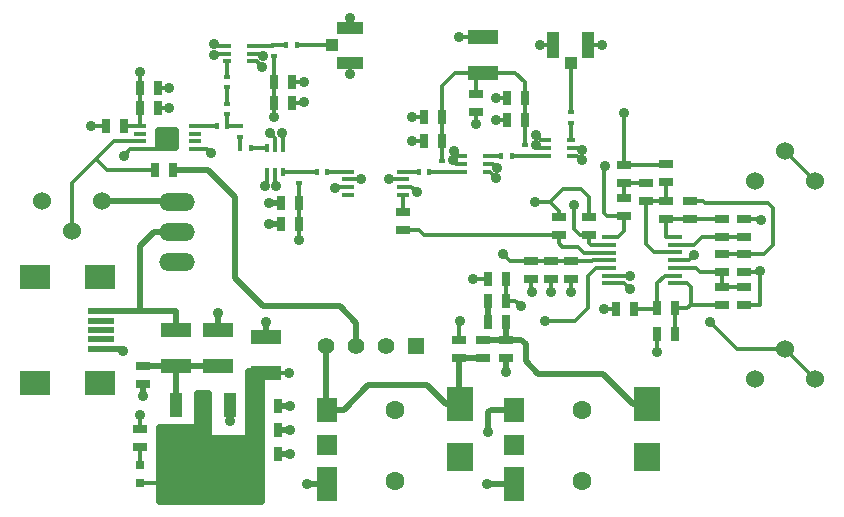
<source format=gtl>
%FSLAX34Y34*%
G04 Gerber Fmt 3.4, Leading zero omitted, Abs format*
G04 (created by PCBNEW (2014-03-19 BZR 4756)-product) date Thu 12 Jun 2014 08:54:00 PM AKDT*
%MOIN*%
G01*
G70*
G90*
G04 APERTURE LIST*
%ADD10C,0.005906*%
%ADD11R,0.025000X0.045000*%
%ADD12R,0.045000X0.025000*%
%ADD13R,0.100000X0.050000*%
%ADD14O,0.118700X0.059300*%
%ADD15R,0.040200X0.016100*%
%ADD16R,0.016000X0.026000*%
%ADD17R,0.026000X0.016000*%
%ADD18R,0.051200X0.011800*%
%ADD19R,0.039370X0.039370*%
%ADD20R,0.086614X0.039370*%
%ADD21R,0.039370X0.086614*%
%ADD22C,0.062992*%
%ADD23R,0.068898X0.114173*%
%ADD24R,0.088583X0.114173*%
%ADD25R,0.068898X0.082677*%
%ADD26R,0.088583X0.094488*%
%ADD27R,0.068898X0.070866*%
%ADD28R,0.090600X0.019700*%
%ADD29R,0.098400X0.078700*%
%ADD30R,0.055000X0.055000*%
%ADD31C,0.055000*%
%ADD32R,0.144000X0.080000*%
%ADD33R,0.040000X0.080000*%
%ADD34C,0.060000*%
%ADD35R,0.015700X0.023600*%
%ADD36R,0.023600X0.015700*%
%ADD37R,0.031400X0.031400*%
%ADD38C,0.035000*%
%ADD39C,0.013780*%
%ADD40C,0.019685*%
G04 APERTURE END LIST*
G54D10*
G54D11*
X49620Y-36400D03*
X49020Y-36400D03*
X47860Y-37660D03*
X48460Y-37660D03*
X49620Y-37040D03*
X49020Y-37040D03*
X50100Y-39120D03*
X49500Y-39120D03*
X61200Y-44180D03*
X60600Y-44180D03*
X53720Y-40920D03*
X54320Y-40920D03*
X54080Y-36180D03*
X53480Y-36180D03*
X53720Y-40220D03*
X54320Y-40220D03*
G54D12*
X59650Y-45375D03*
X59650Y-44775D03*
G54D11*
X54080Y-36880D03*
X53480Y-36880D03*
G54D12*
X62050Y-42750D03*
X62050Y-42150D03*
X62710Y-42750D03*
X62710Y-42150D03*
G54D13*
X53200Y-45900D03*
X53200Y-44700D03*
G54D12*
X63370Y-42150D03*
X63370Y-42750D03*
G54D11*
X53025Y-47775D03*
X53625Y-47775D03*
G54D12*
X57760Y-41120D03*
X57760Y-40520D03*
G54D11*
X53625Y-48575D03*
X53025Y-48575D03*
X53625Y-46975D03*
X53025Y-46975D03*
X58480Y-37340D03*
X59080Y-37340D03*
X58480Y-38140D03*
X59080Y-38140D03*
G54D12*
X66540Y-38920D03*
X66540Y-39520D03*
X66540Y-40140D03*
X66540Y-40740D03*
X60220Y-37200D03*
X60220Y-36600D03*
G54D11*
X61240Y-37440D03*
X61840Y-37440D03*
X61240Y-36720D03*
X61840Y-36720D03*
G54D12*
X69147Y-43612D03*
X69147Y-43012D03*
X68397Y-43012D03*
X68397Y-43612D03*
G54D14*
X50250Y-42200D03*
X50250Y-41200D03*
X50250Y-40200D03*
G54D12*
X60440Y-45380D03*
X60440Y-44780D03*
X61200Y-45380D03*
X61200Y-44780D03*
G54D11*
X60600Y-43480D03*
X61200Y-43480D03*
G54D12*
X62970Y-41290D03*
X62970Y-40690D03*
X63990Y-41290D03*
X63990Y-40690D03*
G54D11*
X60600Y-42760D03*
X61200Y-42760D03*
G54D12*
X65137Y-40652D03*
X65137Y-40052D03*
X65140Y-39540D03*
X65140Y-38940D03*
X65860Y-39540D03*
X65860Y-40140D03*
X69147Y-40762D03*
X69147Y-41362D03*
G54D11*
X66850Y-43730D03*
X66250Y-43730D03*
G54D12*
X68397Y-40762D03*
X68397Y-41362D03*
G54D11*
X64890Y-43750D03*
X65490Y-43750D03*
X66250Y-44575D03*
X66850Y-44575D03*
G54D12*
X67340Y-40740D03*
X67340Y-40140D03*
X69147Y-41912D03*
X69147Y-42512D03*
X68397Y-41912D03*
X68397Y-42512D03*
G54D15*
X49014Y-37656D03*
X49014Y-37912D03*
X49014Y-38168D03*
X49014Y-38424D03*
X50826Y-38424D03*
X50826Y-38168D03*
X50826Y-37912D03*
X50826Y-37656D03*
G54D16*
X53760Y-38380D03*
X53240Y-38380D03*
X53500Y-38380D03*
X53240Y-39180D03*
X53760Y-39180D03*
X53500Y-39180D03*
G54D17*
X51920Y-34980D03*
X51920Y-35500D03*
X51920Y-35240D03*
X52720Y-35500D03*
X52720Y-34980D03*
X52720Y-35240D03*
G54D15*
X55954Y-39176D03*
X55954Y-39432D03*
X55954Y-39688D03*
X55954Y-39944D03*
X57766Y-39944D03*
X57766Y-39688D03*
X57766Y-39432D03*
X57766Y-39176D03*
G54D18*
X64647Y-41362D03*
X64647Y-41612D03*
X64647Y-41872D03*
X64647Y-42122D03*
X64647Y-42382D03*
X64647Y-42637D03*
X64647Y-42892D03*
X66847Y-42892D03*
X66847Y-42637D03*
X66847Y-42382D03*
X66847Y-42122D03*
X66847Y-41867D03*
X66847Y-41612D03*
X66847Y-41357D03*
G54D17*
X60560Y-39180D03*
X60560Y-38660D03*
X60560Y-38920D03*
X59760Y-38660D03*
X59760Y-39180D03*
X59760Y-38920D03*
X63360Y-38640D03*
X63360Y-38120D03*
X63360Y-38380D03*
X62560Y-38120D03*
X62560Y-38640D03*
X62560Y-38380D03*
G54D19*
X55409Y-34960D03*
G54D20*
X56000Y-34369D03*
X56000Y-35550D03*
G54D19*
X63360Y-35550D03*
G54D21*
X62769Y-34960D03*
X63950Y-34960D03*
G54D22*
X57500Y-47118D03*
X57500Y-49481D03*
G54D23*
X55236Y-49579D03*
G54D24*
X59665Y-46922D03*
G54D25*
X55236Y-47118D03*
G54D26*
X59665Y-48693D03*
G54D27*
X55236Y-48300D03*
G54D22*
X63750Y-47118D03*
X63750Y-49481D03*
G54D23*
X61486Y-49579D03*
G54D24*
X65915Y-46922D03*
G54D25*
X61486Y-47118D03*
G54D26*
X65915Y-48693D03*
G54D27*
X61486Y-48300D03*
G54D12*
X49100Y-45650D03*
X49100Y-46250D03*
G54D13*
X51600Y-45650D03*
X51600Y-44450D03*
G54D28*
X47708Y-43820D03*
X47708Y-44135D03*
X47708Y-44450D03*
X47708Y-44765D03*
X47708Y-45080D03*
G54D29*
X47669Y-42698D03*
X45504Y-42698D03*
X47669Y-46202D03*
X45504Y-46202D03*
G54D13*
X60440Y-34680D03*
X60440Y-35880D03*
X50200Y-45650D03*
X50200Y-44450D03*
G54D30*
X58225Y-44975D03*
G54D31*
X57225Y-44975D03*
X56225Y-44975D03*
X55225Y-44975D03*
G54D32*
X51100Y-49550D03*
G54D33*
X51100Y-46950D03*
X50200Y-46950D03*
X52000Y-46950D03*
G54D34*
X70500Y-38480D03*
X71500Y-39480D03*
X69500Y-39480D03*
X70500Y-45080D03*
X71500Y-46080D03*
X69500Y-46080D03*
X46750Y-41150D03*
X45750Y-40150D03*
X47750Y-40150D03*
G54D35*
X52697Y-38380D03*
X52343Y-38380D03*
G54D36*
X51920Y-36003D03*
X51920Y-36357D03*
G54D35*
X55257Y-39180D03*
X54903Y-39180D03*
X54237Y-34960D03*
X53883Y-34960D03*
X58657Y-39180D03*
X58303Y-39180D03*
X61397Y-38660D03*
X61043Y-38660D03*
G54D36*
X63360Y-37183D03*
X63360Y-37537D03*
G54D37*
X49020Y-49535D03*
X49020Y-48945D03*
G54D36*
X54320Y-39537D03*
X54320Y-39183D03*
X53460Y-35317D03*
X53460Y-34963D03*
X59080Y-38823D03*
X59080Y-39177D03*
X61840Y-38283D03*
X61840Y-38637D03*
G54D35*
X51917Y-37660D03*
X51563Y-37660D03*
G54D36*
X52340Y-38017D03*
X52340Y-37663D03*
X51920Y-36903D03*
X51920Y-37257D03*
G54D12*
X49020Y-47740D03*
X49020Y-48340D03*
G54D38*
X49700Y-37900D03*
X49700Y-38300D03*
X50100Y-38300D03*
X50100Y-37900D03*
X53740Y-37900D03*
X53340Y-37900D03*
X53180Y-39640D03*
X53540Y-39640D03*
X53300Y-40220D03*
X53300Y-40920D03*
X60120Y-42760D03*
X62064Y-43196D03*
X62716Y-43188D03*
X63372Y-43188D03*
X67460Y-41965D03*
X51380Y-38560D03*
X49980Y-36380D03*
X49980Y-37040D03*
X47380Y-37660D03*
X48460Y-38640D03*
X61200Y-45840D03*
X60580Y-49580D03*
X54575Y-49575D03*
X54000Y-48575D03*
X54000Y-47775D03*
X54000Y-46975D03*
X53200Y-44200D03*
X51600Y-43875D03*
X48450Y-45150D03*
X49100Y-46650D03*
X52000Y-47500D03*
X49020Y-47280D03*
X56000Y-34040D03*
X56020Y-35920D03*
X53100Y-35320D03*
X53080Y-35680D03*
X51480Y-35280D03*
X51480Y-34920D03*
X54460Y-36200D03*
X54460Y-36860D03*
X60220Y-37600D03*
X58080Y-37340D03*
X58080Y-38140D03*
X59440Y-38800D03*
X59460Y-38500D03*
X60910Y-39040D03*
X60890Y-39390D03*
X60890Y-37440D03*
X60890Y-36720D03*
X62340Y-34960D03*
X64400Y-34940D03*
X62200Y-38300D03*
X62210Y-37945D03*
X63740Y-38455D03*
X63740Y-38800D03*
X58230Y-39860D03*
X57310Y-39430D03*
X55500Y-39720D03*
X56360Y-39420D03*
X65140Y-37220D03*
X49020Y-35840D03*
X59640Y-34680D03*
X53480Y-37360D03*
X54320Y-41440D03*
X53980Y-45900D03*
X61100Y-41920D03*
X62160Y-40180D03*
X69700Y-40780D03*
X69660Y-42500D03*
X64460Y-43740D03*
X61700Y-43660D03*
X65340Y-42640D03*
X59660Y-44140D03*
X62520Y-44140D03*
X63480Y-40280D03*
X64500Y-38980D03*
X66250Y-45190D03*
X60620Y-47840D03*
X65340Y-43100D03*
X68020Y-44180D03*
G54D39*
X49576Y-38424D02*
X49700Y-38300D01*
X50100Y-38300D02*
X50100Y-37900D01*
X49014Y-38424D02*
X49576Y-38424D01*
X53760Y-38380D02*
X53760Y-37920D01*
X53760Y-37920D02*
X53740Y-37900D01*
X53500Y-38380D02*
X53500Y-38060D01*
X53500Y-38060D02*
X53340Y-37900D01*
X53240Y-39180D02*
X53240Y-39580D01*
X53240Y-39580D02*
X53180Y-39640D01*
X53500Y-39180D02*
X53500Y-39600D01*
X53500Y-39600D02*
X53540Y-39640D01*
G54D40*
X53720Y-40220D02*
X53300Y-40220D01*
X53720Y-40920D02*
X53300Y-40920D01*
G54D39*
X60600Y-42760D02*
X60120Y-42760D01*
X62050Y-42750D02*
X62050Y-43182D01*
X62050Y-43182D02*
X62064Y-43196D01*
X62710Y-42750D02*
X62710Y-43182D01*
X62710Y-43182D02*
X62716Y-43188D01*
X63370Y-42750D02*
X63370Y-43186D01*
X63370Y-43186D02*
X63372Y-43188D01*
X66847Y-42122D02*
X67302Y-42122D01*
X67302Y-42122D02*
X67460Y-41965D01*
X50826Y-38424D02*
X51244Y-38424D01*
X51244Y-38424D02*
X51380Y-38560D01*
X49620Y-36400D02*
X49960Y-36400D01*
X49960Y-36400D02*
X49980Y-36380D01*
X49620Y-37040D02*
X49980Y-37040D01*
X47860Y-37660D02*
X47380Y-37660D01*
X49014Y-38424D02*
X48676Y-38424D01*
X48676Y-38424D02*
X48460Y-38640D01*
G54D40*
X61200Y-45380D02*
X61200Y-45840D01*
X61486Y-49579D02*
X60580Y-49579D01*
X60580Y-49579D02*
X60580Y-49580D01*
X55236Y-49579D02*
X54579Y-49579D01*
X54579Y-49579D02*
X54575Y-49575D01*
X53625Y-48575D02*
X54000Y-48575D01*
X53625Y-47775D02*
X54000Y-47775D01*
X53625Y-46975D02*
X54000Y-46975D01*
X53200Y-44700D02*
X53200Y-44175D01*
X53200Y-44175D02*
X53200Y-44200D01*
X51600Y-44450D02*
X51600Y-43875D01*
X47708Y-45080D02*
X48380Y-45080D01*
X48380Y-45080D02*
X48450Y-45150D01*
X49100Y-46250D02*
X49100Y-46650D01*
X52000Y-46950D02*
X52000Y-47500D01*
G54D39*
X49020Y-47740D02*
X49020Y-47280D01*
X56000Y-34369D02*
X56000Y-34040D01*
X56000Y-35900D02*
X56020Y-35920D01*
X56000Y-35550D02*
X56000Y-35900D01*
X53020Y-35240D02*
X53100Y-35320D01*
X52720Y-35240D02*
X53020Y-35240D01*
X52900Y-35500D02*
X53080Y-35680D01*
X52720Y-35500D02*
X52900Y-35500D01*
X51520Y-35240D02*
X51480Y-35280D01*
X51920Y-35240D02*
X51520Y-35240D01*
X51540Y-34980D02*
X51480Y-34920D01*
X51920Y-34980D02*
X51540Y-34980D01*
X54440Y-36180D02*
X54460Y-36200D01*
X54080Y-36180D02*
X54440Y-36180D01*
X54440Y-36880D02*
X54460Y-36860D01*
X54080Y-36880D02*
X54440Y-36880D01*
X60220Y-37200D02*
X60220Y-37600D01*
X58480Y-37340D02*
X58080Y-37340D01*
X58480Y-38140D02*
X58080Y-38140D01*
X59550Y-38920D02*
X59430Y-38800D01*
X59430Y-38800D02*
X59440Y-38800D01*
X59760Y-38920D02*
X59550Y-38920D01*
X59620Y-38660D02*
X59460Y-38500D01*
X59760Y-38660D02*
X59620Y-38660D01*
X60790Y-38920D02*
X60910Y-39040D01*
X60560Y-38920D02*
X60790Y-38920D01*
X60680Y-39180D02*
X60890Y-39390D01*
X60560Y-39180D02*
X60680Y-39180D01*
X61240Y-37440D02*
X60890Y-37440D01*
X61240Y-36720D02*
X60890Y-36720D01*
X62769Y-34960D02*
X62340Y-34960D01*
X64380Y-34960D02*
X64400Y-34940D01*
X63950Y-34960D02*
X64380Y-34960D01*
X62280Y-38380D02*
X62200Y-38300D01*
X62560Y-38380D02*
X62280Y-38380D01*
X62385Y-38120D02*
X62210Y-37945D01*
X62560Y-38120D02*
X62385Y-38120D01*
X63665Y-38380D02*
X63740Y-38455D01*
X63360Y-38380D02*
X63665Y-38380D01*
X63580Y-38640D02*
X63740Y-38800D01*
X63360Y-38640D02*
X63580Y-38640D01*
X58058Y-39688D02*
X58230Y-39860D01*
X57766Y-39688D02*
X58058Y-39688D01*
X57312Y-39432D02*
X57310Y-39430D01*
X57766Y-39432D02*
X57312Y-39432D01*
X55532Y-39688D02*
X55500Y-39720D01*
X55954Y-39688D02*
X55532Y-39688D01*
X56348Y-39432D02*
X56360Y-39420D01*
X55954Y-39432D02*
X56348Y-39432D01*
X65140Y-38940D02*
X65140Y-37220D01*
X49020Y-36400D02*
X49020Y-35840D01*
X60440Y-34680D02*
X59640Y-34680D01*
X53480Y-36880D02*
X53480Y-37360D01*
X54320Y-40920D02*
X54320Y-41440D01*
X53200Y-45900D02*
X53980Y-45900D01*
X65140Y-38940D02*
X66520Y-38940D01*
X66520Y-38940D02*
X66540Y-38920D01*
X62050Y-42150D02*
X62710Y-42150D01*
X62710Y-42150D02*
X63370Y-42150D01*
X49020Y-37040D02*
X49020Y-36400D01*
X49020Y-37040D02*
X49020Y-37650D01*
X49020Y-37650D02*
X49014Y-37656D01*
X49014Y-37656D02*
X48464Y-37656D01*
X48464Y-37656D02*
X48460Y-37660D01*
G54D40*
X47750Y-40150D02*
X50200Y-40150D01*
X50200Y-40150D02*
X50250Y-40200D01*
X53025Y-47775D02*
X53025Y-48575D01*
X53025Y-46975D02*
X53025Y-47775D01*
X53025Y-46975D02*
X53025Y-46075D01*
X53025Y-46075D02*
X53200Y-45900D01*
G54D39*
X51085Y-49535D02*
X51100Y-49550D01*
X49020Y-49535D02*
X51085Y-49535D01*
X53460Y-36160D02*
X53480Y-36180D01*
X53460Y-35317D02*
X53460Y-36160D01*
X53480Y-36780D02*
X53480Y-36880D01*
X53480Y-36180D02*
X53480Y-36780D01*
X54320Y-39537D02*
X54320Y-40220D01*
X54320Y-40220D02*
X54320Y-40920D01*
X61330Y-42150D02*
X61100Y-41920D01*
X62050Y-42150D02*
X61330Y-42150D01*
X62970Y-40470D02*
X62680Y-40180D01*
X62970Y-40690D02*
X62970Y-40470D01*
X63990Y-40030D02*
X63720Y-39760D01*
X63720Y-39760D02*
X63100Y-39760D01*
X63100Y-39760D02*
X62680Y-40180D01*
X63990Y-40690D02*
X63990Y-40030D01*
X62680Y-40180D02*
X62160Y-40180D01*
X69682Y-40762D02*
X69700Y-40780D01*
X69147Y-40762D02*
X69682Y-40762D01*
X69647Y-42512D02*
X69660Y-42500D01*
X69147Y-42512D02*
X69647Y-42512D01*
X69652Y-43612D02*
X69660Y-43605D01*
X69660Y-43605D02*
X69660Y-42500D01*
X69147Y-43612D02*
X69652Y-43612D01*
X64070Y-42150D02*
X64097Y-42122D01*
X64097Y-42122D02*
X64647Y-42122D01*
X63370Y-42150D02*
X64070Y-42150D01*
X64470Y-43750D02*
X64460Y-43740D01*
X64890Y-43750D02*
X64470Y-43750D01*
G54D40*
X50100Y-39120D02*
X51280Y-39120D01*
X56225Y-44205D02*
X56225Y-44975D01*
X55660Y-43640D02*
X56225Y-44205D01*
X53100Y-43640D02*
X55660Y-43640D01*
X52180Y-42720D02*
X53100Y-43640D01*
X52180Y-40020D02*
X52180Y-42720D01*
X51280Y-39120D02*
X52180Y-40020D01*
G54D39*
X61200Y-43480D02*
X61520Y-43480D01*
X61520Y-43480D02*
X61700Y-43660D01*
X61200Y-42760D02*
X61200Y-43480D01*
X64647Y-42637D02*
X65337Y-42637D01*
X65337Y-42637D02*
X65340Y-42640D01*
X49500Y-39120D02*
X47920Y-39120D01*
X47920Y-39120D02*
X47550Y-38750D01*
X46750Y-41150D02*
X46750Y-39550D01*
X48132Y-38168D02*
X49014Y-38168D01*
X46750Y-39550D02*
X47550Y-38750D01*
X47550Y-38750D02*
X48132Y-38168D01*
X52697Y-38380D02*
X53240Y-38380D01*
X52340Y-38377D02*
X52343Y-38380D01*
X52340Y-38017D02*
X52340Y-38377D01*
X51920Y-36003D02*
X51920Y-35500D01*
X51920Y-36903D02*
X51920Y-36357D01*
G54D40*
X61200Y-44780D02*
X61200Y-44180D01*
X60440Y-44780D02*
X61200Y-44780D01*
X65447Y-46922D02*
X64430Y-45905D01*
X64430Y-45905D02*
X62275Y-45905D01*
X62275Y-45905D02*
X61860Y-45490D01*
X61860Y-45490D02*
X61860Y-44925D01*
X61860Y-44925D02*
X61715Y-44780D01*
X61715Y-44780D02*
X61200Y-44780D01*
X65915Y-46922D02*
X65447Y-46922D01*
X60600Y-44180D02*
X60600Y-43480D01*
G54D39*
X55950Y-39180D02*
X55954Y-39176D01*
X55257Y-39180D02*
X55950Y-39180D01*
X54900Y-39183D02*
X54903Y-39180D01*
X54320Y-39183D02*
X54900Y-39183D01*
X54317Y-39180D02*
X54320Y-39183D01*
X53760Y-39180D02*
X54317Y-39180D01*
X55409Y-34960D02*
X54237Y-34960D01*
X53443Y-34980D02*
X53460Y-34963D01*
X52720Y-34980D02*
X53443Y-34980D01*
X53880Y-34963D02*
X53883Y-34960D01*
X53460Y-34963D02*
X53880Y-34963D01*
G54D40*
X60440Y-45380D02*
X59655Y-45380D01*
X59655Y-45380D02*
X59650Y-45375D01*
X59650Y-45375D02*
X59650Y-46906D01*
X59650Y-46906D02*
X59665Y-46922D01*
X59665Y-46922D02*
X59197Y-46922D01*
X55806Y-47118D02*
X55236Y-47118D01*
X56625Y-46300D02*
X55806Y-47118D01*
X58575Y-46300D02*
X56625Y-46300D01*
X59197Y-46922D02*
X58575Y-46300D01*
X55225Y-44975D02*
X55225Y-47107D01*
X55225Y-47107D02*
X55236Y-47118D01*
G54D39*
X64647Y-42382D02*
X64197Y-42382D01*
X59650Y-44150D02*
X59650Y-44775D01*
X59660Y-44140D02*
X59650Y-44150D01*
X63520Y-44140D02*
X62520Y-44140D01*
X63940Y-43720D02*
X63520Y-44140D01*
X63940Y-42640D02*
X63940Y-43720D01*
X64197Y-42382D02*
X63940Y-42640D01*
X62970Y-41290D02*
X58490Y-41290D01*
X58320Y-41120D02*
X57760Y-41120D01*
X58490Y-41290D02*
X58320Y-41120D01*
X64647Y-41872D02*
X63822Y-41872D01*
X62970Y-41560D02*
X62970Y-41290D01*
X63080Y-41670D02*
X62970Y-41560D01*
X63620Y-41670D02*
X63080Y-41670D01*
X63822Y-41872D02*
X63620Y-41670D01*
X57760Y-39950D02*
X57766Y-39944D01*
X57760Y-40520D02*
X57760Y-39950D01*
X59083Y-39180D02*
X59080Y-39177D01*
X59760Y-39180D02*
X59083Y-39180D01*
X59077Y-39180D02*
X59080Y-39177D01*
X58657Y-39180D02*
X59077Y-39180D01*
X58299Y-39176D02*
X58303Y-39180D01*
X57766Y-39176D02*
X58299Y-39176D01*
X59080Y-38140D02*
X59080Y-38823D01*
X59080Y-37340D02*
X59080Y-38140D01*
X61840Y-37440D02*
X61840Y-38283D01*
X61840Y-36720D02*
X61840Y-37440D01*
X61840Y-36200D02*
X61520Y-35880D01*
X61520Y-35880D02*
X60440Y-35880D01*
X61840Y-36720D02*
X61840Y-36200D01*
X59520Y-35880D02*
X59080Y-36320D01*
X59080Y-36320D02*
X59080Y-37340D01*
X60440Y-35880D02*
X59520Y-35880D01*
X60220Y-36100D02*
X60440Y-35880D01*
X60220Y-36600D02*
X60220Y-36100D01*
X66540Y-40140D02*
X66540Y-39520D01*
X66847Y-41867D02*
X66157Y-41867D01*
X65860Y-41570D02*
X65860Y-40140D01*
X66157Y-41867D02*
X65860Y-41570D01*
X66540Y-40140D02*
X65860Y-40140D01*
X67340Y-40740D02*
X68375Y-40740D01*
X68375Y-40740D02*
X68397Y-40762D01*
X67340Y-40740D02*
X66540Y-40740D01*
X66540Y-40740D02*
X66540Y-41340D01*
X66557Y-41357D02*
X66847Y-41357D01*
X66540Y-41340D02*
X66557Y-41357D01*
X61843Y-38640D02*
X61840Y-38637D01*
X62560Y-38640D02*
X61843Y-38640D01*
X61817Y-38660D02*
X61840Y-38637D01*
X61420Y-38637D02*
X61397Y-38660D01*
X61840Y-38637D02*
X61420Y-38637D01*
X60560Y-38660D02*
X61043Y-38660D01*
X66847Y-42382D02*
X67542Y-42382D01*
X67672Y-42512D02*
X68397Y-42512D01*
X67542Y-42382D02*
X67672Y-42512D01*
X69147Y-43012D02*
X68397Y-43012D01*
X68397Y-43012D02*
X68397Y-42512D01*
X66850Y-43730D02*
X66850Y-44575D01*
X66847Y-42892D02*
X67237Y-42892D01*
X67362Y-43017D02*
X67362Y-43612D01*
X67237Y-42892D02*
X67362Y-43017D01*
X66850Y-43730D02*
X67245Y-43730D01*
X67362Y-43612D02*
X68397Y-43612D01*
X67245Y-43730D02*
X67362Y-43612D01*
X63360Y-35550D02*
X63360Y-37183D01*
X63360Y-37537D02*
X63360Y-38120D01*
X51920Y-37657D02*
X51917Y-37660D01*
X51920Y-37257D02*
X51920Y-37657D01*
X52337Y-37660D02*
X52340Y-37663D01*
X51917Y-37660D02*
X52337Y-37660D01*
X50830Y-37660D02*
X50826Y-37656D01*
X51559Y-37656D02*
X51563Y-37660D01*
X50826Y-37656D02*
X51559Y-37656D01*
X63690Y-41290D02*
X63990Y-41290D01*
X63480Y-41080D02*
X63690Y-41290D01*
X63480Y-40280D02*
X63480Y-41080D01*
X64647Y-41612D02*
X64052Y-41612D01*
X63990Y-41550D02*
X63990Y-41290D01*
X64052Y-41612D02*
X63990Y-41550D01*
X64592Y-40652D02*
X65137Y-40652D01*
X64480Y-40540D02*
X64592Y-40652D01*
X64480Y-39000D02*
X64480Y-40540D01*
X64500Y-38980D02*
X64480Y-39000D01*
X71500Y-39480D02*
X70500Y-38480D01*
X64647Y-41362D02*
X64937Y-41362D01*
X64937Y-41362D02*
X65137Y-41162D01*
X65137Y-41162D02*
X65137Y-40652D01*
X65860Y-39540D02*
X65140Y-39540D01*
X65140Y-39540D02*
X65140Y-40050D01*
X65140Y-40050D02*
X65137Y-40052D01*
X66847Y-41612D02*
X67477Y-41612D01*
X67727Y-41362D02*
X68397Y-41362D01*
X67477Y-41612D02*
X67727Y-41362D01*
X68397Y-41362D02*
X69147Y-41362D01*
X65490Y-43750D02*
X66230Y-43750D01*
X66230Y-43750D02*
X66250Y-43730D01*
X66847Y-42637D02*
X66507Y-42637D01*
X66250Y-42895D02*
X66250Y-43730D01*
X66507Y-42637D02*
X66250Y-42895D01*
X66250Y-44575D02*
X66250Y-45190D01*
G54D40*
X60701Y-47118D02*
X61486Y-47118D01*
X60620Y-47200D02*
X60701Y-47118D01*
X60620Y-47840D02*
X60620Y-47200D01*
G54D39*
X67340Y-40140D02*
X67775Y-40140D01*
X69822Y-41912D02*
X69147Y-41912D01*
X70125Y-41610D02*
X69822Y-41912D01*
X70125Y-40395D02*
X70125Y-41610D01*
X69945Y-40215D02*
X70125Y-40395D01*
X67850Y-40215D02*
X69945Y-40215D01*
X67775Y-40140D02*
X67850Y-40215D01*
X68397Y-41912D02*
X69147Y-41912D01*
X70500Y-45080D02*
X68920Y-45080D01*
X65132Y-42892D02*
X64647Y-42892D01*
X65340Y-43100D02*
X65132Y-42892D01*
X68920Y-45080D02*
X68020Y-44180D01*
X71500Y-46080D02*
X70500Y-45080D01*
G54D40*
X50200Y-46950D02*
X50200Y-45650D01*
X50200Y-45650D02*
X51600Y-45650D01*
X49100Y-45650D02*
X50200Y-45650D01*
X50250Y-41200D02*
X49475Y-41200D01*
X49025Y-41650D02*
X49025Y-43820D01*
X49475Y-41200D02*
X49025Y-41650D01*
X47708Y-43820D02*
X49025Y-43820D01*
X49025Y-43820D02*
X50220Y-43820D01*
X50200Y-43840D02*
X50200Y-44450D01*
X50220Y-43820D02*
X50200Y-43840D01*
G54D39*
X49020Y-48945D02*
X49020Y-48340D01*
G54D10*
G36*
X53076Y-50176D02*
X49648Y-50176D01*
X49648Y-47698D01*
X50898Y-47698D01*
X50898Y-46548D01*
X51301Y-46548D01*
X51301Y-48048D01*
X52598Y-48048D01*
X52598Y-45823D01*
X53076Y-45823D01*
X53076Y-50176D01*
X53076Y-50176D01*
G37*
G54D40*
X53076Y-50176D02*
X49648Y-50176D01*
X49648Y-47698D01*
X50898Y-47698D01*
X50898Y-46548D01*
X51301Y-46548D01*
X51301Y-48048D01*
X52598Y-48048D01*
X52598Y-45823D01*
X53076Y-45823D01*
X53076Y-50176D01*
G54D10*
G36*
X50201Y-38401D02*
X49598Y-38401D01*
X49598Y-37798D01*
X50200Y-37798D01*
X50201Y-37798D01*
X50201Y-38401D01*
X50201Y-38401D01*
G37*
G54D40*
X50201Y-38401D02*
X49598Y-38401D01*
X49598Y-37798D01*
X50200Y-37798D01*
X50201Y-37798D01*
X50201Y-38401D01*
M02*

</source>
